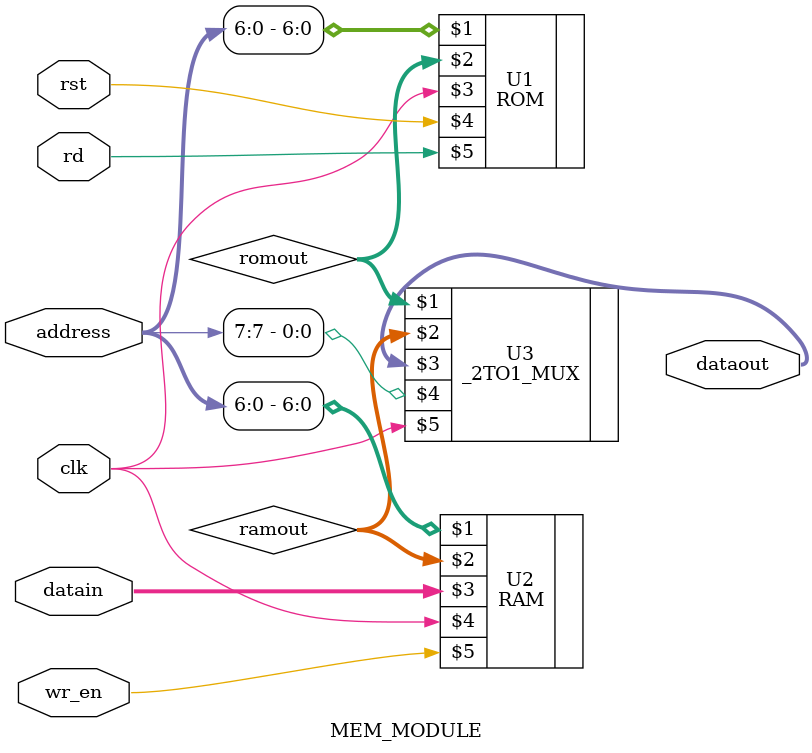
<source format=v>
`timescale 1ns / 1ps


//module ROM(
//    input wire [6:0] address,
//    output reg [15:0] data,
//    input wire clk,
//    input wire res,
//    input wire rd
//    );

//module RAM(
//    input wire [6:0] address,
//    output reg [15:0] dataout,
//    input wire [15:0] datain,
//    input wire clk,
//    input wire wr_en
//    );

module MEM_MODULE(
    input wire [7:0] address,
    input wire [15:0] datain,
    output wire [15:0] dataout,
    input wire wr_en,
    input wire rd,
    input wire clk,
    input wire rst
    );
    
    
    wire [15:0] romout;
    wire [15:0] ramout;
    
    ROM U1(address[6:0], romout, clk, rst, rd);
    RAM U2(address[6:0], ramout, datain, clk, wr_en);
    _2TO1_MUX U3(romout, ramout, dataout, address[7], clk);
    

endmodule

</source>
